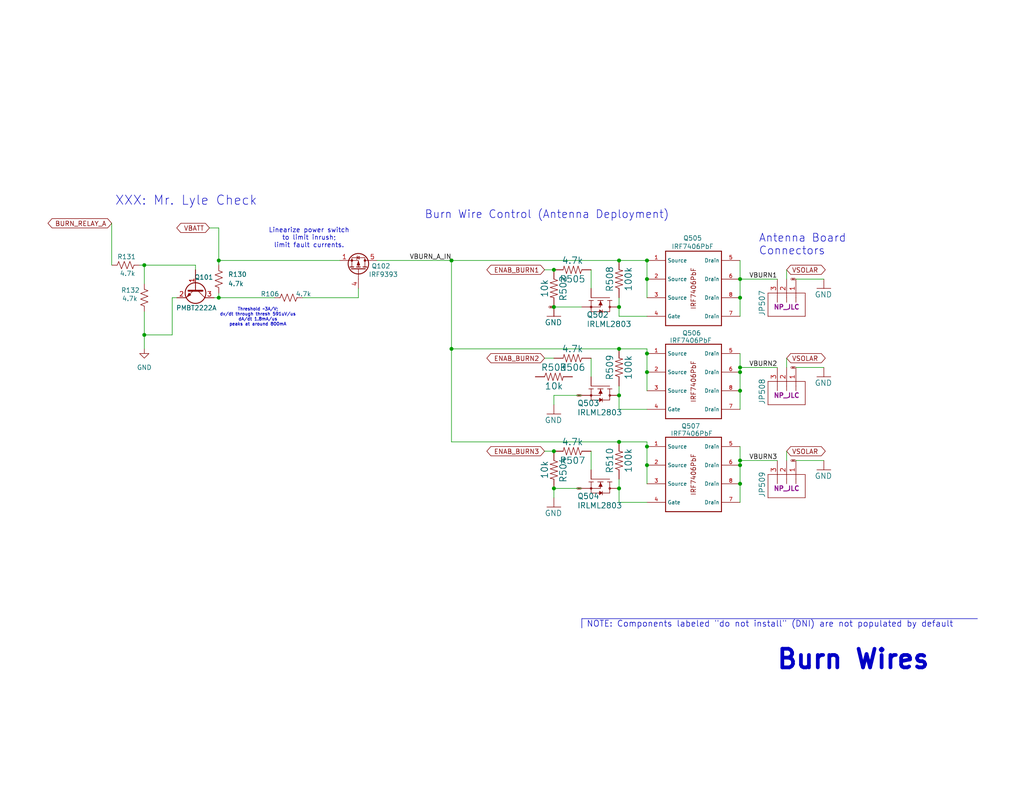
<source format=kicad_sch>
(kicad_sch (version 20231120) (generator "eeschema") (generator_version "8.0")
  (paper "USLetter")
  (title_block (title "Obi Wan Computer") (date "2024-06-07") (rev "1") (company "Ruchir Kavulli, Michael Lyle") (comment 1 "Derived from PyCubed Mainboard v5"))
  (lib_symbols
    (symbol "Device:R_US" (pin_numbers hide) (pin_names (offset 0))
      (property "Reference" "R" (at 2.54 0 90))
      (property "Value" "R_US" (at -2.54 0 90))
      (symbol "R_US_0_1"
        (polyline (pts (xy 0 -2.286) (xy 0 -2.54)))
        (polyline (pts (xy 0 2.286) (xy 0 2.54)))
        (polyline (pts (xy 0 -0.762) (xy 1.016 -1.143) (xy 0 -1.524) (xy -1.016 -1.905) (xy 0 -2.286)))
        (polyline (pts (xy 0 0.762) (xy 1.016 0.381) (xy 0 0) (xy -1.016 -0.381) (xy 0 -0.762)))
        (polyline (pts (xy 0 2.286) (xy 1.016 1.905) (xy 0 1.524) (xy -1.016 1.143) (xy 0 0.762)))
      )
      (symbol "R_US_1_1"
        (pin passive line (at 0 3.81 270) (length 1.27) (name "~") (number "1"))
        (pin passive line (at 0 -3.81 90) (length 1.27) (name "~") (number "2"))
      )
    )
    (symbol "SSE_Symbols:MOSFET_IRF7406PbF"
      (property "Reference" "Q" (at 0 0 0))
      (symbol "MOSFET_IRF7406PbF_0_0"
        (polyline (pts (xy -7.62 -22.86) (xy -7.62 -2.54)) (stroke (width 0.254)))
        (polyline (pts (xy -7.62 -2.54) (xy 7.62 -2.54)) (stroke (width 0.254)))
        (polyline (pts (xy 7.62 -22.86) (xy -7.62 -22.86)) (stroke (width 0.254)))
        (polyline (pts (xy 7.62 -2.54) (xy 7.62 -22.86)) (stroke (width 0.254)))
        (pin bidirectional line (at -12.7 -5.08 0) (length 5.08) (name "Source") (number "1"))
        (pin bidirectional line (at -12.7 -15.24 0) (length 5.08) (name "Source") (number "3"))
        (pin bidirectional line (at -12.7 -20.32 0) (length 5.08) (name "Gate") (number "4"))
        (pin bidirectional line (at 12.7 -5.08 180) (length 5.08) (name "Drain") (number "5"))
        (pin bidirectional line (at 12.7 -10.16 180) (length 5.08) (name "Drain") (number "6"))
        (pin bidirectional line (at 12.7 -20.32 180) (length 5.08) (name "Drain") (number "7"))
        (pin bidirectional line (at 12.7 -15.24 180) (length 5.08) (name "Drain") (number "8"))
      )
      (symbol "MOSFET_IRF7406PbF_1_0"
        (pin bidirectional line (at -12.7 -10.16 0) (length 5.08) (name "Source") (number "2"))
      )
      (symbol "MOSFET_IRF7406PbF_1_1"
        (text "IRF7406PbF" (at 0 -12.7 900) (effects (font (size 1.27 1.27))))
      )
    )
    (symbol "Transistor_BJT:PMBT2222A" (pin_names (offset 0) hide)
      (property "Reference" "Q" (at 5.08 1.905 0))
      (property "Value" "PMBT2222A" (at 5.08 0 0))
      (symbol "PMBT2222A_0_1"
        (polyline (pts (xy 0.635 0.635) (xy 2.54 2.54)))
        (polyline (pts (xy 0.635 -0.635) (xy 2.54 -2.54) (xy 2.54 -2.54)))
        (polyline (pts (xy 0.635 1.905) (xy 0.635 -1.905) (xy 0.635 -1.905)) (stroke (width 0.508)))
        (polyline (pts (xy 1.27 -1.778) (xy 1.778 -1.27) (xy 2.286 -2.286) (xy 1.27 -1.778) (xy 1.27 -1.778)) (fill (type outline)))
        (circle (center 1.27 0) (radius 2.8194) (stroke (width 0.254)))
      )
      (symbol "PMBT2222A_1_1"
        (pin input line (at -5.08 0 0) (length 5.715) (name "B") (number "1"))
        (pin passive line (at 2.54 -5.08 90) (length 2.54) (name "E") (number "2"))
        (pin passive line (at 2.54 5.08 270) (length 2.54) (name "C") (number "3"))
      )
    )
    (symbol "Transistor_FET:IRF7404" (pin_names hide)
      (property "Reference" "Q" (at 5.08 1.905 0))
      (property "Value" "IRF7404" (at 5.08 0 0))
      (symbol "IRF7404_0_1"
        (polyline (pts (xy 0.254 0) (xy -2.54 0)))
        (polyline (pts (xy 0.254 1.905) (xy 0.254 -1.905)) (stroke (width 0.254)))
        (polyline (pts (xy 0.762 -1.27) (xy 0.762 -2.286)) (stroke (width 0.254)))
        (polyline (pts (xy 0.762 0.508) (xy 0.762 -0.508)) (stroke (width 0.254)))
        (polyline (pts (xy 0.762 2.286) (xy 0.762 1.27)) (stroke (width 0.254)))
        (polyline (pts (xy 2.54 2.54) (xy 2.54 1.778)))
        (polyline (pts (xy 2.54 -2.54) (xy 2.54 0) (xy 0.762 0)))
        (polyline (pts (xy 0.762 1.778) (xy 3.302 1.778) (xy 3.302 -1.778) (xy 0.762 -1.778)))
        (polyline (pts (xy 2.286 0) (xy 1.27 0.381) (xy 1.27 -0.381) (xy 2.286 0)) (fill (type outline)))
        (polyline (pts (xy 2.794 -0.508) (xy 2.921 -0.381) (xy 3.683 -0.381) (xy 3.81 -0.254)))
        (polyline (pts (xy 3.302 -0.381) (xy 2.921 0.254) (xy 3.683 0.254) (xy 3.302 -0.381)))
        (circle (center 1.651 0) (radius 2.794) (stroke (width 0.254)))
        (circle (center 2.54 -1.778) (radius 0.254) (fill (type outline)))
        (circle (center 2.54 1.778) (radius 0.254) (fill (type outline)))
      )
      (symbol "IRF7404_1_1"
        (pin passive line (at 2.54 -5.08 90) (length 2.54) (name "S") (number "1"))
        (pin passive line (at 2.54 -5.08 90) (length 2.54) hide (name "S") (number "2"))
        (pin passive line (at 2.54 -5.08 90) (length 2.54) hide (name "S") (number "3"))
        (pin passive line (at -5.08 0 0) (length 2.54) (name "G") (number "4"))
        (pin passive line (at 2.54 5.08 270) (length 2.54) (name "D") (number "5"))
        (pin passive line (at 2.54 5.08 270) (length 2.54) hide (name "D") (number "6"))
        (pin passive line (at 2.54 5.08 270) (length 2.54) hide (name "D") (number "7"))
        (pin passive line (at 2.54 5.08 270) (length 2.54) hide (name "D") (number "8"))
      )
    )
    (symbol "mainboard:GND" (power) (pin_names (offset 1.016))
      (property "Value" "GND" (at -2.54 -2.54 0))
      (symbol "GND_1_0"
        (polyline (pts (xy -1.905 0) (xy 1.905 0)))
        (pin power_in line (at 0 2.54 270) (length 2.54) (name "GND") (number "1"))
      )
    )
    (symbol "mainboard:IRLML2803TRPBF" (pin_names (offset 1.016))
      (property "Reference" "Q" (at -11.43 1.27 0))
      (property "Value" "IRLML2803TRPBF" (at -11.43 3.81 0))
      (symbol "IRLML2803TRPBF_1_0"
        (polyline (pts (xy 0 2.54) (xy 0 -2.54)))
        (polyline (pts (xy 0.762 -2.54) (xy 0.762 -3.175)))
        (polyline (pts (xy 0.762 -1.905) (xy 0.762 -2.54)))
        (polyline (pts (xy 0.762 0) (xy 0.762 -0.762)))
        (polyline (pts (xy 0.762 0) (xy 2.54 0)))
        (polyline (pts (xy 0.762 0.762) (xy 0.762 0)))
        (polyline (pts (xy 0.762 2.54) (xy 0.762 1.905)))
        (polyline (pts (xy 0.762 2.54) (xy 3.81 2.54)))
        (polyline (pts (xy 0.762 3.175) (xy 0.762 2.54)))
        (polyline (pts (xy 2.54 -2.54) (xy 0.762 -2.54)))
        (polyline (pts (xy 2.54 -2.54) (xy 3.81 -2.54)))
        (polyline (pts (xy 2.54 0) (xy 2.54 -2.54)))
        (polyline (pts (xy 3.302 0.508) (xy 3.81 0.508)))
        (polyline (pts (xy 3.81 -0.508) (xy 3.81 -2.54)))
        (polyline (pts (xy 3.81 0.508) (xy 3.81 -0.508)))
        (polyline (pts (xy 3.81 0.508) (xy 4.318 0.508)))
        (polyline (pts (xy 3.81 2.54) (xy 3.81 0.508)))
        (polyline (pts (xy 1.016 0) (xy 2.032 0.508) (xy 2.032 -0.508)) (fill (type outline)))
        (polyline (pts (xy 3.81 0.508) (xy 3.302 -0.254) (xy 4.318 -0.254)) (fill (type outline)))
        (circle (center 2.54 -2.54) (radius 0.254))
        (circle (center 2.54 2.54) (radius 0.254))
        (pin passive line (at -2.54 -2.54 0) (length 2.54) (name "G") (number "1"))
        (pin passive line (at 2.54 -5.08 90) (length 2.54) (name "S") (number "2"))
        (pin passive line (at 2.54 5.08 270) (length 2.54) (name "D") (number "3"))
      )
    )
    (symbol "mainboard:M03POLAR_LOCK" (pin_names (offset 1.016))
      (property "Reference" "JP" (at -2.54 5.842 0))
      (property "Value" "M03POLAR_LOCK" (at -2.54 -7.62 0))
      (symbol "M03POLAR_LOCK_1_0"
        (polyline (pts (xy -2.54 5.08) (xy -2.54 -5.08)))
        (polyline (pts (xy -2.54 5.08) (xy 3.81 5.08)))
        (polyline (pts (xy 1.27 -2.54) (xy 2.54 -2.54)))
        (polyline (pts (xy 1.27 0) (xy 2.54 0)))
        (polyline (pts (xy 1.27 2.54) (xy 2.54 2.54)))
        (polyline (pts (xy 3.81 -5.08) (xy -2.54 -5.08)))
        (polyline (pts (xy 3.81 -5.08) (xy 3.81 5.08)))
        (pin passive line (at 7.62 -2.54 180) (length 5.08) (name "1") (number "1"))
        (pin passive line (at 7.62 0 180) (length 5.08) (name "2") (number "2"))
        (pin passive line (at 7.62 2.54 180) (length 5.08) (name "3") (number "3"))
      )
    )
    (symbol "mainboard:NDS8434" (pin_names (offset 1.016))
      (symbol "NDS8434_0_0"
        (polyline (pts (xy -7.62 -10.16) (xy -7.62 10.16)) (stroke (width 0.254)))
        (polyline (pts (xy -7.62 10.16) (xy 7.62 10.16)) (stroke (width 0.254)))
        (polyline (pts (xy 7.62 -10.16) (xy -7.62 -10.16)) (stroke (width 0.254)))
        (polyline (pts (xy 7.62 10.16) (xy 7.62 -10.16)) (stroke (width 0.254)))
        (pin bidirectional line (at -12.7 7.62 0) (length 5.08) (name "Source") (number "1"))
        (pin bidirectional line (at -12.7 2.54 0) (length 5.08) (name "Source") (number "2"))
        (pin bidirectional line (at -12.7 -2.54 0) (length 5.08) (name "Source") (number "3"))
        (pin bidirectional line (at -12.7 -7.62 0) (length 5.08) (name "Gate") (number "4"))
        (pin bidirectional line (at 12.7 7.62 180) (length 5.08) (name "Drain") (number "5"))
        (pin bidirectional line (at 12.7 2.54 180) (length 5.08) (name "Drain") (number "6"))
        (pin bidirectional line (at 12.7 -7.62 180) (length 5.08) (name "Drain") (number "7"))
        (pin bidirectional line (at 12.7 -2.54 180) (length 5.08) (name "Drain") (number "8"))
      )
    )
    (symbol "mainboard:RESISTOR0603" (pin_names (offset 1.016))
      (property "Reference" "R" (at 0 1.524 0))
      (property "Value" "RESISTOR0603" (at 0 -1.524 0))
      (symbol "RESISTOR0603_1_0"
        (polyline (pts (xy -2.54 0) (xy -2.159 1.016)))
        (polyline (pts (xy -2.159 1.016) (xy -1.524 -1.016)))
        (polyline (pts (xy -1.524 -1.016) (xy -0.889 1.016)))
        (polyline (pts (xy -0.889 1.016) (xy -0.254 -1.016)))
        (polyline (pts (xy -0.254 -1.016) (xy 0.381 1.016)))
        (polyline (pts (xy 0.381 1.016) (xy 1.016 -1.016)))
        (polyline (pts (xy 1.016 -1.016) (xy 1.651 1.016)))
        (polyline (pts (xy 1.651 1.016) (xy 2.286 -1.016)))
        (polyline (pts (xy 2.286 -1.016) (xy 2.54 0)))
        (pin passive line (at -5.08 0 0) (length 2.54) (name "1") (number "1"))
        (pin passive line (at 5.08 0 180) (length 2.54) (name "2") (number "2"))
      )
    )
    (symbol "power:GND" (power) (pin_numbers hide) (pin_names (offset 0) hide)
      (property "Value" "GND" (at 0 -3.81 0))
      (symbol "GND_0_1"
        (polyline (pts (xy 0 0) (xy 0 -1.27) (xy 1.27 -1.27) (xy 0 -2.54) (xy -1.27 -1.27) (xy 0 -1.27)))
      )
      (symbol "GND_1_1"
        (pin power_in line (at 0 0 270) (length 0) (name "~") (number "1"))
      )
    )
  )
  (junction (at 168.91 120.65))
  (junction (at 59.69 71.12))
  (junction (at 201.93 106.68))
  (junction (at 151.13 133.35))
  (junction (at 201.93 127))
  (junction (at 201.93 76.2))
  (junction (at 201.93 101.6))
  (junction (at 123.19 71.12))
  (junction (at 201.93 132.08))
  (junction (at 168.91 95.25))
  (junction (at 176.53 101.6))
  (junction (at 151.13 83.82))
  (junction (at 201.93 125.73))
  (junction (at 176.53 121.92))
  (junction (at 168.91 71.12))
  (junction (at 201.93 81.28))
  (junction (at 201.93 100.33))
  (junction (at 59.69 81.28))
  (junction (at 168.91 83.82))
  (junction (at 176.53 96.52))
  (junction (at 151.13 123.19))
  (junction (at 39.37 72.39))
  (junction (at 39.37 91.44))
  (junction (at 176.53 76.2))
  (junction (at 168.91 133.35))
  (junction (at 176.53 71.12))
  (junction (at 168.91 107.95))
  (junction (at 176.53 127))
  (junction (at 123.19 95.25))
  (junction (at 151.13 73.66))
  (wire (pts (xy 151.13 107.95) (xy 151.13 110.49)))
  (polyline (pts (xy 158.75 171.45) (xy 158.75 168.91)))
  (wire (pts (xy 214.63 123.19) (xy 214.63 125.73)))
  (wire (pts (xy 151.13 83.82) (xy 158.75 83.82)))
  (wire (pts (xy 176.53 86.36) (xy 168.91 86.36)))
  (wire (pts (xy 151.13 123.19) (xy 148.59 123.19)))
  (wire (pts (xy 176.53 71.12) (xy 176.53 76.2)))
  (wire (pts (xy 123.19 120.65) (xy 168.91 120.65)))
  (wire (pts (xy 201.93 106.68) (xy 201.93 111.76)))
  (wire (pts (xy 102.87 71.12) (xy 123.19 71.12)))
  (wire (pts (xy 201.93 71.12) (xy 201.93 76.2)))
  (wire (pts (xy 39.37 72.39) (xy 53.34 72.39)))
  (wire (pts (xy 176.53 101.6) (xy 176.53 106.68)))
  (wire (pts (xy 59.69 71.12) (xy 92.71 71.12)))
  (wire (pts (xy 161.29 102.87) (xy 161.29 97.79)))
  (wire (pts (xy 39.37 72.39) (xy 39.37 77.47)))
  (wire (pts (xy 176.53 137.16) (xy 168.91 137.16)))
  (wire (pts (xy 158.75 133.35) (xy 151.13 133.35)))
  (wire (pts (xy 59.69 81.28) (xy 74.93 81.28)))
  (wire (pts (xy 58.42 81.28) (xy 59.69 81.28)))
  (wire (pts (xy 176.53 127) (xy 176.53 132.08)))
  (wire (pts (xy 38.1 72.39) (xy 39.37 72.39)))
  (wire (pts (xy 151.13 73.66) (xy 148.59 73.66)))
  (wire (pts (xy 217.17 100.33) (xy 224.79 100.33)))
  (wire (pts (xy 176.53 111.76) (xy 168.91 111.76)))
  (wire (pts (xy 201.93 132.08) (xy 201.93 137.16)))
  (wire (pts (xy 123.19 95.25) (xy 123.19 120.65)))
  (wire (pts (xy 168.91 111.76) (xy 168.91 107.95)))
  (wire (pts (xy 201.93 125.73) (xy 212.09 125.73)))
  (wire (pts (xy 214.63 97.79) (xy 214.63 100.33)))
  (wire (pts (xy 201.93 76.2) (xy 201.93 81.28)))
  (wire (pts (xy 161.29 78.74) (xy 161.29 73.66)))
  (wire (pts (xy 176.53 96.52) (xy 176.53 101.6)))
  (wire (pts (xy 168.91 130.81) (xy 168.91 133.35)))
  (wire (pts (xy 201.93 125.73) (xy 201.93 127)))
  (wire (pts (xy 214.63 76.2) (xy 214.63 73.66)))
  (wire (pts (xy 176.53 120.65) (xy 168.91 120.65)))
  (wire (pts (xy 59.69 62.23) (xy 59.69 71.12)))
  (wire (pts (xy 97.79 78.74) (xy 97.79 81.28)))
  (wire (pts (xy 151.13 97.79) (xy 148.59 97.79)))
  (wire (pts (xy 168.91 137.16) (xy 168.91 133.35)))
  (wire (pts (xy 168.91 95.25) (xy 123.19 95.25)))
  (wire (pts (xy 201.93 100.33) (xy 201.93 96.52)))
  (wire (pts (xy 176.53 121.92) (xy 176.53 120.65)))
  (wire (pts (xy 39.37 85.09) (xy 39.37 91.44)))
  (wire (pts (xy 46.99 81.28) (xy 48.26 81.28)))
  (wire (pts (xy 201.93 81.28) (xy 201.93 86.36)))
  (wire (pts (xy 82.55 81.28) (xy 97.79 81.28)))
  (wire (pts (xy 123.19 71.12) (xy 123.19 95.25)))
  (wire (pts (xy 168.91 105.41) (xy 168.91 107.95)))
  (wire (pts (xy 53.34 72.39) (xy 53.34 73.66)))
  (wire (pts (xy 59.69 71.12) (xy 59.69 72.39)))
  (wire (pts (xy 151.13 133.35) (xy 151.13 135.89)))
  (wire (pts (xy 201.93 101.6) (xy 201.93 106.68)))
  (wire (pts (xy 168.91 71.12) (xy 176.53 71.12)))
  (wire (pts (xy 39.37 91.44) (xy 39.37 95.25)))
  (wire (pts (xy 217.17 125.73) (xy 224.79 125.73)))
  (wire (pts (xy 168.91 86.36) (xy 168.91 83.82)))
  (wire (pts (xy 30.48 60.96) (xy 30.48 72.39)))
  (wire (pts (xy 176.53 121.92) (xy 176.53 127)))
  (wire (pts (xy 201.93 100.33) (xy 212.09 100.33)))
  (wire (pts (xy 201.93 76.2) (xy 212.09 76.2)))
  (wire (pts (xy 176.53 96.52) (xy 176.53 95.25)))
  (wire (pts (xy 46.99 91.44) (xy 39.37 91.44)))
  (polyline (pts (xy 158.75 168.91) (xy 266.7 168.91)))
  (wire (pts (xy 168.91 81.28) (xy 168.91 83.82)))
  (wire (pts (xy 46.99 81.28) (xy 46.99 91.44)))
  (wire (pts (xy 217.17 76.2) (xy 224.79 76.2)))
  (wire (pts (xy 59.69 62.23) (xy 57.15 62.23)))
  (wire (pts (xy 201.93 125.73) (xy 201.93 121.92)))
  (wire (pts (xy 201.93 127) (xy 201.93 132.08)))
  (wire (pts (xy 176.53 95.25) (xy 168.91 95.25)))
  (wire (pts (xy 201.93 100.33) (xy 201.93 101.6)))
  (wire (pts (xy 161.29 128.27) (xy 161.29 123.19)))
  (wire (pts (xy 168.91 71.12) (xy 123.19 71.12)))
  (wire (pts (xy 59.69 81.28) (xy 59.69 80.01)))
  (wire (pts (xy 158.75 107.95) (xy 151.13 107.95)))
  (wire (pts (xy 176.53 76.2) (xy 176.53 81.28)))
  (text "Antenna Board\nConnectors" (at 207.01 69.85 0) (effects (font (size 2.159 2.159)) (justify left bottom)))
  (text "XXX: Mr. Lyle Check" (at 50.8 54.864 0) (effects (font (size 2.54 2.54))))
  (text "Threshold ~3A/V;\ndv/dt through thresh 591uV/us\ndA/dt 1.8mA/us\npeaks at around 800mA" (at 70.358 86.614 0) (effects (font (size 0.85 0.85))))
  (text "Burn Wires" (at 211.582 183.134 0) (effects (font (size 5.08 5.08) (thickness 1.016) (bold yes)) (justify left bottom)))
  (text "Linearize power switch\nto limit inrush;\nlimit fault currents." (at 84.328 65.024 0) (effects (font (size 1.27 1.27))))
  (text "Burn Wire Control (Antenna Deployment)" (at 115.824 59.944 0) (effects (font (size 2.159 2.159)) (justify left bottom)))
  (text "NOTE: Components labeled \"do not install\" (DNI) are not populated by default" (at 160.02 171.45 0) (effects (font (size 1.651 1.651)) (justify left bottom)))
  (label "VBURN_A_IN" (at 123.19 71.12 180))
  (label "VBURN1" (at 212.09 76.2 180))
  (label "VBURN2" (at 212.09 100.33 180))
  (label "VBURN3" (at 212.09 125.73 180))
  (global_label "ENAB_BURN3" (shape bidirectional) (at 148.59 123.19 180) (property "Intersheetrefs" "${INTERSHEET_REFS}" (effects (hide yes))))
  (global_label "VBATT" (shape bidirectional) (at 57.15 62.23 180) (property "Intersheetrefs" "${INTERSHEET_REFS}" (effects (hide yes))))
  (global_label "ENAB_BURN2" (shape bidirectional) (at 148.59 97.79 180) (property "Intersheetrefs" "${INTERSHEET_REFS}" (effects (hide yes))))
  (global_label "GND" (shape bidirectional) (at 217.17 100.33 180) (effects (font (size 0.254 0.254))) (property "Intersheetrefs" "${INTERSHEET_REFS}" (effects (hide yes))))
  (global_label "GND" (shape bidirectional) (at 158.75 107.95 180) (effects (font (size 0.254 0.254))) (property "Intersheetrefs" "${INTERSHEET_REFS}" (effects (hide yes))))
  (global_label "GND" (shape bidirectional) (at 217.17 76.2 180) (effects (font (size 0.254 0.254))) (property "Intersheetrefs" "${INTERSHEET_REFS}" (effects (hide yes))))
  (global_label "ENAB_BURN1" (shape bidirectional) (at 148.59 73.66 180) (property "Intersheetrefs" "${INTERSHEET_REFS}" (effects (hide yes))))
  (global_label "VSOLAR" (shape bidirectional) (at 214.63 73.66 0) (property "Intersheetrefs" "${INTERSHEET_REFS}" (effects (hide yes))))
  (global_label "GND" (shape bidirectional) (at 151.13 83.82 180) (effects (font (size 0.254 0.254))) (property "Intersheetrefs" "${INTERSHEET_REFS}" (effects (hide yes))))
  (global_label "VSOLAR" (shape bidirectional) (at 214.63 97.79 0) (property "Intersheetrefs" "${INTERSHEET_REFS}" (effects (hide yes))))
  (global_label "GND" (shape bidirectional) (at 217.17 125.73 180) (effects (font (size 0.254 0.254))) (property "Intersheetrefs" "${INTERSHEET_REFS}" (effects (hide yes))))
  (global_label "GND" (shape bidirectional) (at 158.75 133.35 180) (effects (font (size 0.254 0.254))) (property "Intersheetrefs" "${INTERSHEET_REFS}" (effects (hide yes))))
  (global_label "BURN_RELAY_A" (shape bidirectional) (at 30.48 60.96 180) (property "Intersheetrefs" "${INTERSHEET_REFS}" (effects (hide yes))))
  (global_label "VSOLAR" (shape bidirectional) (at 214.63 123.19 0) (property "Intersheetrefs" "${INTERSHEET_REFS}" (effects (hide yes))))
  (symbol (lib_id "mainboard:GND") (at 224.79 102.87 0) (unit 1)
    (property "Reference" "#GND0513" (effects (hide yes)))
    (property "Value" "GND" (at 222.25 105.41 0) (effects (font (size 1.4986 1.4986)) (justify left bottom)))
  )
  (symbol (lib_id "mainboard:M03POLAR_LOCK") (at 214.63 107.95 90) (unit 1)
    (property "Reference" "JP508" (at 208.788 110.49 0) (effects (font (size 1.4986 1.4986)) (justify left bottom)))
    (property "Value" "Conn_01x03" (effects (hide yes)))
    (property "Footprint" "SSE_Footprints:CONN_22-11-2032_MOL" (effects (hide yes)))
    (property "Datasheet" "https://tools.molex.com/pdm_docs/sd/022112032_sd.pdf" (effects (hide yes)))
    (property "Description" "3-pin Vertical Header - 0.1in (2.54mm) Locking - Molex PN: 22-23-2037" (effects (hide yes)))
    (property "DNI" "NP_JLC" (at 214.63 107.95 90) (effects (font (bold yes))))
    (property "Flight" "22-23-2037" (effects (hide yes)))
    (property "Manufacturer_Name" "Molex" (effects (hide yes)))
    (property "Manufacturer_Part_Number" "	 0022112032" (effects (hide yes)))
    (property "Proto" "22-23-2037" (effects (hide yes)))
  )
  (symbol (lib_id "mainboard:RESISTOR0603") (at 156.21 97.79 180) (unit 1)
    (property "Reference" "R506" (at 156.21 99.314 0) (effects (font (size 1.778 1.778)) (justify bottom)))
    (property "Value" "4.7k" (at 156.21 96.266 0) (effects (font (size 1.778 1.778)) (justify top)))
    (property "Footprint" "Resistor_SMD:R_0603_1608Metric" (effects (hide yes)))
    (property "Description" "4.7k 0603" (effects (hide yes)))
    (property "LCSC" "C23162" (effects (hide yes)))
    (property "Manufacturer_Name" " UNI-ROYAL(Uniroyal Elec)" (effects (hide yes)))
    (property "Manufacturer_Part_Number" " 0603WAF4701T5E" (effects (hide yes)))
  )
  (symbol (lib_id "mainboard:GND") (at 151.13 113.03 0) (unit 1)
    (property "Reference" "#GND0510" (effects (hide yes)))
    (property "Value" "GND" (at 148.59 115.57 0) (effects (font (size 1.4986 1.4986)) (justify left bottom)))
  )
  (symbol (lib_id "mainboard:RESISTOR0603") (at 151.13 102.87 0) (unit 1)
    (property "Reference" "R503" (at 151.13 101.346 0) (effects (font (size 1.778 1.778)) (justify bottom)))
    (property "Value" "10k" (at 151.13 104.394 0) (effects (font (size 1.778 1.778)) (justify top)))
    (property "Footprint" "Resistor_SMD:R_0603_1608Metric" (effects (hide yes)))
    (property "Description" "10k 0603" (effects (hide yes)))
    (property "LCSC" "C169849" (effects (hide yes)))
    (property "Manufacturer_Name" "PANASONIC" (effects (hide yes)))
    (property "Manufacturer_Part_Number" "ERJ3GEYJ103V" (effects (hide yes)))
  )
  (symbol (lib_id "mainboard:RESISTOR0603") (at 151.13 78.74 270) (unit 1)
    (property "Reference" "R502" (at 152.654 78.74 0) (effects (font (size 1.778 1.778)) (justify bottom)))
    (property "Value" "10k" (at 149.606 78.74 0) (effects (font (size 1.778 1.778)) (justify top)))
    (property "Footprint" "Resistor_SMD:R_0603_1608Metric" (effects (hide yes)))
    (property "Description" "10k 0603" (effects (hide yes)))
    (property "LCSC" "C169849" (effects (hide yes)))
    (property "Manufacturer_Name" "PANASONIC" (effects (hide yes)))
    (property "Manufacturer_Part_Number" "ERJ3GEYJ103V" (effects (hide yes)))
  )
  (symbol (lib_id "mainboard:IRLML2803TRPBF") (at 163.83 105.41 270) (unit 1)
    (property "Reference" "Q503" (at 157.48 109.22 90) (effects (font (size 1.4986 1.4986)) (justify left top)))
    (property "Value" "IRLML2803" (at 157.48 111.76 90) (effects (font (size 1.4986 1.4986)) (justify left top)))
    (property "Footprint" "Package_TO_SOT_SMD:SOT-23" (effects (hide yes)))
    (property "Datasheet" "https://www.onsemi.com/pdf/datasheet/mmbt2222att1-d.pdf" (effects (hide yes)))
    (property "Description" "Single N-Channel MOSFET" (effects (hide yes)))
    (property "Flight" "MMBT2222AT " (effects (hide yes)))
    (property "Manufacturer_Name" "Infineon Technologies" (effects (hide yes)))
    (property "Manufacturer_Part_Number" "IRLML2803TRPBF" (effects (hide yes)))
    (property "Proto" "2302" (effects (hide yes)))
    (property "LCSC" "C2590" (effects (hide yes)))
  )
  (symbol (lib_id "mainboard:RESISTOR0603") (at 156.21 73.66 180) (unit 1)
    (property "Reference" "R505" (at 156.21 75.184 0) (effects (font (size 1.778 1.778)) (justify bottom)))
    (property "Value" "4.7k" (at 156.21 72.136 0) (effects (font (size 1.778 1.778)) (justify top)))
    (property "Footprint" "Resistor_SMD:R_0603_1608Metric" (effects (hide yes)))
    (property "Description" "4.7k 0603" (effects (hide yes)))
    (property "LCSC" "C23162" (effects (hide yes)))
    (property "Manufacturer_Name" " UNI-ROYAL(Uniroyal Elec)" (effects (hide yes)))
    (property "Manufacturer_Part_Number" " 0603WAF4701T5E" (effects (hide yes)))
  )
  (symbol (lib_id "mainboard:RESISTOR0603") (at 168.91 76.2 90) (unit 1)
    (property "Reference" "R508" (at 167.386 76.2 0) (effects (font (size 1.778 1.778)) (justify bottom)))
    (property "Value" "100k" (at 170.434 76.2 0) (effects (font (size 1.778 1.778)) (justify top)))
    (property "Footprint" "Resistor_SMD:R_0603_1608Metric" (effects (hide yes)))
    (property "Description" "100K 0603" (effects (hide yes)))
    (property "LCSC" "C5369222" (effects (hide yes)))
    (property "Manufacturer_Name" "Vishay Intertech" (effects (hide yes)))
    (property "Manufacturer_Part_Number" "CRCW0603100KFKEC" (effects (hide yes)))
  )
  (symbol (lib_id "mainboard:M03POLAR_LOCK") (at 214.63 83.82 90) (unit 1)
    (property "Reference" "JP507" (at 208.788 86.36 0) (effects (font (size 1.4986 1.4986)) (justify left bottom)))
    (property "Value" "Conn_01x03" (effects (hide yes)))
    (property "Footprint" "SSE_Footprints:CONN_22-11-2032_MOL" (effects (hide yes)))
    (property "Datasheet" "https://tools.molex.com/pdm_docs/sd/022112032_sd.pdf" (effects (hide yes)))
    (property "Description" "3-pin Vertical Header - 0.1in (2.54mm) Locking - Molex PN: 22-23-2037" (effects (hide yes)))
    (property "DNI" "NP_JLC" (at 214.63 83.82 90) (effects (font (bold yes))))
    (property "Flight" "22-23-2037" (effects (hide yes)))
    (property "Manufacturer_Name" "Molex" (effects (hide yes)))
    (property "Manufacturer_Part_Number" "	 0022112032" (effects (hide yes)))
    (property "Proto" "22-23-2037" (effects (hide yes)))
  )
  (symbol (lib_id "mainboard:RESISTOR0603") (at 168.91 100.33 90) (unit 1)
    (property "Reference" "R509" (at 167.386 100.33 0) (effects (font (size 1.778 1.778)) (justify bottom)))
    (property "Value" "100k" (at 170.434 100.33 0) (effects (font (size 1.778 1.778)) (justify top)))
    (property "Footprint" "Resistor_SMD:R_0603_1608Metric" (effects (hide yes)))
    (property "Description" "100K 0603" (effects (hide yes)))
    (property "LCSC" "C5369222" (effects (hide yes)))
    (property "Manufacturer_Name" "Vishay Intertech" (effects (hide yes)))
    (property "Manufacturer_Part_Number" "CRCW0603100KFKEC" (effects (hide yes)))
  )
  (symbol (lib_id "mainboard:IRLML2803TRPBF") (at 163.83 81.28 270) (unit 1)
    (property "Reference" "Q502" (at 160.02 85.09 90) (effects (font (size 1.4986 1.4986)) (justify left top)))
    (property "Value" "IRLML2803" (at 160.02 87.63 90) (effects (font (size 1.4986 1.4986)) (justify left top)))
    (property "Footprint" "Package_TO_SOT_SMD:SOT-23" (effects (hide yes)))
    (property "Datasheet" "https://www.infineon.com/dgdl/irlml2803pbf.pdf?fileId=5546d462533600a4015356682aff260f" (effects (hide yes)))
    (property "Description" "Single N-Channel MOSFET" (effects (hide yes)))
    (property "Flight" "IRLML2803" (effects (hide yes)))
    (property "Manufacturer_Name" "Infineon Technologies" (effects (hide yes)))
    (property "Manufacturer_Part_Number" "IRLML2803TRPBF" (effects (hide yes)))
    (property "Proto" "2302" (effects (hide yes)))
    (property "LCSC" "C2590" (effects (hide yes)))
  )
  (symbol (lib_id "mainboard:GND") (at 151.13 86.36 0) (unit 1)
    (property "Reference" "#GND0509" (effects (hide yes)))
    (property "Value" "GND" (at 148.59 88.9 0) (effects (font (size 1.4986 1.4986)) (justify left bottom)))
  )
  (symbol (lib_id "mainboard:GND") (at 224.79 78.74 0) (unit 1)
    (property "Reference" "#GND0512" (effects (hide yes)))
    (property "Value" "GND" (at 222.25 81.28 0) (effects (font (size 1.4986 1.4986)) (justify left bottom)))
  )
  (symbol (lib_id "Device:R_US") (at 78.74 81.28 90) (unit 1)
    (property "Reference" "R106" (at 73.66 80.264 90))
    (property "Value" "4.7k" (at 82.804 80.264 90))
    (property "Footprint" "Resistor_SMD:R_0603_1608Metric" (effects (hide yes)))
    (property "Description" "Resistor, US symbol" (effects (hide yes)))
  )
  (symbol (lib_id "mainboard:RESISTOR0603") (at 156.21 123.19 180) (unit 1)
    (property "Reference" "R507" (at 156.21 124.714 0) (effects (font (size 1.778 1.778)) (justify bottom)))
    (property "Value" "4.7k" (at 156.21 121.666 0) (effects (font (size 1.778 1.778)) (justify top)))
    (property "Footprint" "Resistor_SMD:R_0603_1608Metric" (effects (hide yes)))
    (property "Description" "4.7k 0603" (effects (hide yes)))
    (property "LCSC" "C23162" (effects (hide yes)))
    (property "Manufacturer_Name" " UNI-ROYAL(Uniroyal Elec)" (effects (hide yes)))
    (property "Manufacturer_Part_Number" " 0603WAF4701T5E" (effects (hide yes)))
  )
  (symbol (lib_id "Transistor_BJT:PMBT2222A") (at 53.34 78.74 270) (unit 1)
    (property "Reference" "Q101" (at 55.626 75.692 90))
    (property "Value" "PMBT2222A" (at 53.594 84.074 90))
    (property "Footprint" "Package_TO_SOT_SMD:SOT-23" (effects (hide yes)))
    (property "Datasheet" "https://assets.nexperia.com/documents/data-sheet/PMBT2222A.pdf" (effects (hide yes)))
    (property "Description" "600mA Ic, 40V Vce, NPN Transistor, SOT-23" (effects (hide yes)))
    (property "LCSC" "C23869 " (effects (hide yes)))
  )
  (symbol (lib_id "mainboard:RESISTOR0603") (at 151.13 128.27 270) (unit 1)
    (property "Reference" "R504" (at 152.654 128.27 0) (effects (font (size 1.778 1.778)) (justify bottom)))
    (property "Value" "10k" (at 149.606 128.27 0) (effects (font (size 1.778 1.778)) (justify top)))
    (property "Footprint" "Resistor_SMD:R_0603_1608Metric" (effects (hide yes)))
    (property "Description" "10k 0603" (effects (hide yes)))
    (property "LCSC" "C169849" (effects (hide yes)))
    (property "Manufacturer_Name" "PANASONIC" (effects (hide yes)))
    (property "Manufacturer_Part_Number" "ERJ3GEYJ103V" (effects (hide yes)))
  )
  (symbol (lib_id "SSE_Symbols:MOSFET_IRF7406PbF") (at 189.23 91.44 0) (unit 1)
    (property "Reference" "Q506" (at 188.722 90.932 0))
    (property "Value" "IRF7406PbF" (at 188.468 92.964 0))
    (property "Footprint" "Package_SO:SO-8_3.9x4.9mm_P1.27mm" (effects (hide yes)))
    (property "Datasheet" "https://www.infineon.com/dgdl/irf7406pbf.pdf?fileId=5546d462533600a4015355fa59a51baa" (effects (hide yes)))
    (property "Description" "HEXFET Power MOSFET" (effects (hide yes)))
    (property "Manufacturer_Name" " Infineon Technologies" (effects (hide yes)))
    (property "Manufacturer_Part_Number" "IRF7406TRPBF" (effects (hide yes)))
    (property "LCSC" "C169769" (effects (hide yes)))
  )
  (symbol (lib_id "mainboard:M03POLAR_LOCK") (at 214.63 133.35 90) (unit 1)
    (property "Reference" "JP509" (at 208.788 135.89 0) (effects (font (size 1.4986 1.4986)) (justify left bottom)))
    (property "Value" "Conn_01x03" (effects (hide yes)))
    (property "Footprint" "SSE_Footprints:CONN_22-11-2032_MOL" (effects (hide yes)))
    (property "Datasheet" "https://tools.molex.com/pdm_docs/sd/022112032_sd.pdf" (effects (hide yes)))
    (property "Description" "3-pin Vertical Header - 0.1in (2.54mm) Locking - Molex PN: 22-23-2037" (effects (hide yes)))
    (property "DNI" "NP_JLC" (at 214.63 133.35 90) (effects (font (bold yes))))
    (property "Flight" "22-23-2037" (effects (hide yes)))
    (property "Manufacturer_Name" "Molex" (effects (hide yes)))
    (property "Manufacturer_Part_Number" "	 0022112032" (effects (hide yes)))
    (property "Proto" "22-23-2037" (effects (hide yes)))
  )
  (symbol (lib_id "Device:R_US") (at 34.29 72.39 270) (unit 1)
    (property "Reference" "R131" (at 34.544 70.104 90))
    (property "Value" "4.7k" (at 34.798 74.676 90))
    (property "Footprint" "Resistor_SMD:R_0603_1608Metric" (effects (hide yes)))
    (property "Description" "Resistor, US symbol" (effects (hide yes)))
  )
  (symbol (lib_id "SSE_Symbols:MOSFET_IRF7406PbF") (at 189.23 66.04 0) (unit 1)
    (property "Reference" "Q505" (at 188.976 65.024 0))
    (property "Value" "IRF7406PbF" (at 188.976 67.31 0))
    (property "Footprint" "Package_SO:SO-8_3.9x4.9mm_P1.27mm" (effects (hide yes)))
    (property "Datasheet" "https://www.infineon.com/dgdl/irf7406pbf.pdf?fileId=5546d462533600a4015355fa59a51baa" (effects (hide yes)))
    (property "Description" "HEXFET Power MOSFET" (effects (hide yes)))
    (property "Manufacturer_Name" " Infineon Technologies" (effects (hide yes)))
    (property "Manufacturer_Part_Number" "IRF7406TRPBF" (effects (hide yes)))
    (property "LCSC" "C169769" (effects (hide yes)))
  )
  (symbol (lib_id "mainboard:GND") (at 224.79 128.27 0) (unit 1)
    (property "Reference" "#GND0514" (effects (hide yes)))
    (property "Value" "GND" (at 222.25 130.81 0) (effects (font (size 1.4986 1.4986)) (justify left bottom)))
  )
  (symbol (lib_id "mainboard:IRLML2803TRPBF") (at 163.83 130.81 270) (unit 1)
    (property "Reference" "Q504" (at 157.48 134.62 90) (effects (font (size 1.4986 1.4986)) (justify left top)))
    (property "Value" "IRLML2803" (at 157.48 137.16 90) (effects (font (size 1.4986 1.4986)) (justify left top)))
    (property "Footprint" "Package_TO_SOT_SMD:SOT-23" (effects (hide yes)))
    (property "Datasheet" "https://www.onsemi.com/pdf/datasheet/mmbt2222att1-d.pdf" (effects (hide yes)))
    (property "Description" "Single N-Channel MOSFET" (effects (hide yes)))
    (property "Flight" "MMBT2222AT " (effects (hide yes)))
    (property "Manufacturer_Name" "Infineon Technologies" (effects (hide yes)))
    (property "Manufacturer_Part_Number" "IRLML2803TRPBF" (effects (hide yes)))
    (property "Proto" "2302" (effects (hide yes)))
    (property "LCSC" "C2590" (effects (hide yes)))
  )
  (symbol (lib_id "mainboard:GND") (at 151.13 138.43 0) (unit 1)
    (property "Reference" "#GND0511" (effects (hide yes)))
    (property "Value" "GND" (at 148.59 140.97 0) (effects (font (size 1.4986 1.4986)) (justify left bottom)))
  )
  (symbol (lib_id "Transistor_FET:IRF7404") (at 97.79 73.66 270) (mirror x) (unit 1)
    (property "Reference" "Q102" (at 101.346 72.644 90) (effects (justify left)))
    (property "Value" "IRF9393" (at 100.584 74.93 90) (effects (justify left)))
    (property "Footprint" "Package_SO:SOIC-8_3.9x4.9mm_P1.27mm" (effects (hide yes)))
    (property "Datasheet" "https://www.infineon.com/dgdl/Infineon-IRF9393-DataSheet-v01_01-EN.pdf?fileId=5546d462533600a401535611877d1db3" (effects (hide yes)))
    (property "Description" "-6.7A Id, -20V Vds, P-Channel HEXFET Power MOSFET, SO-8" (effects (hide yes)))
    (property "LCSC" "C520642" (effects (hide yes)))
  )
  (symbol (lib_id "power:GND") (at 39.37 95.25 0) (unit 1)
    (property "Reference" "#PWR0103" (effects (hide yes)))
    (property "Value" "GND" (at 39.37 100.33 0))
    (property "Description" "Power symbol creates a global label with name \"GND\" , ground" (effects (hide yes)))
  )
  (symbol (lib_id "Device:R_US") (at 59.69 76.2 180) (unit 1)
    (property "Reference" "R130" (at 62.23 74.9299 0) (effects (justify right)))
    (property "Value" "4.7k" (at 62.23 77.4699 0) (effects (justify right)))
    (property "Footprint" "Resistor_SMD:R_0603_1608Metric" (effects (hide yes)))
    (property "Description" "Resistor, US symbol" (effects (hide yes)))
  )
  (symbol (lib_id "mainboard:RESISTOR0603") (at 168.91 125.73 90) (unit 1)
    (property "Reference" "R510" (at 167.386 125.73 0) (effects (font (size 1.778 1.778)) (justify bottom)))
    (property "Value" "100k" (at 170.434 125.73 0) (effects (font (size 1.778 1.778)) (justify top)))
    (property "Footprint" "Resistor_SMD:R_0603_1608Metric" (effects (hide yes)))
    (property "Description" "100K 0603" (effects (hide yes)))
    (property "LCSC" "C5369222" (effects (hide yes)))
    (property "Manufacturer_Name" "Vishay Intertech" (effects (hide yes)))
    (property "Manufacturer_Part_Number" "CRCW0603100KFKEC" (effects (hide yes)))
  )
  (symbol (lib_id "SSE_Symbols:MOSFET_IRF7406PbF") (at 189.23 116.84 0) (unit 1)
    (property "Reference" "Q507" (at 188.468 116.332 0))
    (property "Value" "IRF7406PbF" (at 188.722 118.364 0))
    (property "Footprint" "Package_SO:SO-8_3.9x4.9mm_P1.27mm" (effects (hide yes)))
    (property "Datasheet" "https://www.infineon.com/dgdl/irf7406pbf.pdf?fileId=5546d462533600a4015355fa59a51baa" (effects (hide yes)))
    (property "Description" "HEXFET Power MOSFET" (effects (hide yes)))
    (property "Manufacturer_Name" " Infineon Technologies" (effects (hide yes)))
    (property "Manufacturer_Part_Number" "IRF7406TRPBF" (effects (hide yes)))
    (property "LCSC" "C169769" (effects (hide yes)))
  )
  (symbol (lib_id "Device:R_US") (at 39.37 81.28 180) (unit 1)
    (property "Reference" "R132" (at 33.02 79.248 0) (effects (justify right)))
    (property "Value" "4.7k" (at 33.274 81.534 0) (effects (justify right)))
    (property "Footprint" "Resistor_SMD:R_0603_1608Metric" (effects (hide yes)))
    (property "Description" "Resistor, US symbol" (effects (hide yes)))
  )
)
</source>
